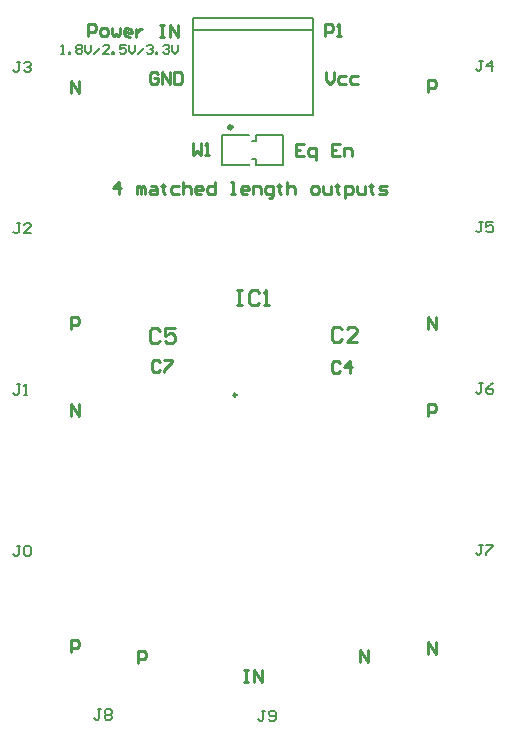
<source format=gto>
G04*
G04 #@! TF.GenerationSoftware,Altium Limited,Altium Designer,24.2.2 (26)*
G04*
G04 Layer_Color=65535*
%FSLAX26Y26*%
%MOIN*%
G70*
G04*
G04 #@! TF.SameCoordinates,6E19E911-B848-4C60-9216-CC5A1203C33B*
G04*
G04*
G04 #@! TF.FilePolarity,Positive*
G04*
G01*
G75*
%ADD10C,0.009842*%
%ADD11C,0.011811*%
%ADD12C,0.007874*%
%ADD13C,0.005000*%
%ADD14C,0.009000*%
%ADD15C,0.010000*%
%ADD16C,0.008000*%
D10*
X806583Y1143606D02*
G03*
X806583Y1143606I-4921J0D01*
G01*
D11*
X792457Y2036687D02*
G03*
X792457Y2036687I-5906J0D01*
G01*
D12*
X870535Y1911884D02*
X960176D01*
Y2011884D01*
X870535D02*
X960176D01*
X870535Y1991884D02*
Y2011884D01*
Y1911884D02*
Y1931884D01*
X849815Y1911884D02*
Y1914640D01*
X857418Y1931884D02*
X870533D01*
X857418Y1991884D02*
X870533D01*
X760174Y1911884D02*
Y2011884D01*
Y1911884D02*
X849815D01*
Y2009128D02*
Y2011884D01*
X760174D02*
X849815D01*
D13*
X660717Y2076805D02*
X1060717D01*
X660717D02*
Y2360270D01*
Y2399640D01*
X1060717D01*
Y2360270D02*
Y2399640D01*
Y2076805D02*
Y2360270D01*
X660717D02*
X1060717D01*
D14*
X1032222Y1980217D02*
X1005564D01*
Y1940230D01*
X1032222D01*
X1005564Y1960224D02*
X1018893D01*
X1072209Y1926901D02*
Y1966888D01*
X1052216D01*
X1045552Y1960224D01*
Y1946895D01*
X1052216Y1940230D01*
X1072209D01*
X1152184Y1980217D02*
X1125526D01*
Y1940230D01*
X1152184D01*
X1125526Y1960224D02*
X1138855D01*
X1165513Y1940230D02*
Y1966888D01*
X1185506D01*
X1192171Y1960224D01*
Y1940230D01*
X312832Y2339053D02*
X312909Y2379040D01*
X332902Y2379002D01*
X339554Y2372325D01*
X339528Y2358996D01*
X332851Y2352344D01*
X312857Y2352382D01*
X359483Y2338964D02*
X372812Y2338938D01*
X379490Y2345590D01*
X379515Y2358919D01*
X372863Y2365596D01*
X359534Y2365622D01*
X352857Y2358970D01*
X352832Y2345641D01*
X359483Y2338964D01*
X392857Y2365558D02*
X392819Y2345564D01*
X399470Y2338887D01*
X406148Y2345539D01*
X412799Y2338861D01*
X419477Y2345513D01*
X419515Y2365507D01*
X452786Y2338785D02*
X439457Y2338810D01*
X432806Y2345488D01*
X432831Y2358817D01*
X439509Y2365468D01*
X452837Y2365443D01*
X459489Y2358765D01*
X459476Y2352101D01*
X432818Y2352152D01*
X472831Y2365404D02*
X472780Y2338746D01*
X472805Y2352075D01*
X479483Y2358727D01*
X486160Y2365379D01*
X492825Y2365366D01*
X552831Y2378580D02*
X566160Y2378554D01*
X559495Y2378567D01*
X559418Y2338580D01*
X552754Y2338593D01*
X566083Y2338567D01*
X586077Y2338529D02*
X586153Y2378516D01*
X612734Y2338478D01*
X612811Y2378465D01*
X415372Y1814203D02*
Y1854190D01*
X395378Y1834197D01*
X422036D01*
X475353Y1814203D02*
Y1840861D01*
X482017D01*
X488682Y1834197D01*
Y1814203D01*
Y1834197D01*
X495346Y1840861D01*
X502011Y1834197D01*
Y1814203D01*
X522004Y1840861D02*
X535333D01*
X541998Y1834197D01*
Y1814203D01*
X522004D01*
X515340Y1820868D01*
X522004Y1827532D01*
X541998D01*
X561991Y1847526D02*
Y1840861D01*
X555327D01*
X568656D01*
X561991D01*
Y1820868D01*
X568656Y1814203D01*
X615307Y1840861D02*
X595314D01*
X588649Y1834197D01*
Y1820868D01*
X595314Y1814203D01*
X615307D01*
X628636Y1854190D02*
Y1814203D01*
Y1834197D01*
X635301Y1840861D01*
X648630D01*
X655294Y1834197D01*
Y1814203D01*
X688617D02*
X675288D01*
X668624Y1820868D01*
Y1834197D01*
X675288Y1840861D01*
X688617D01*
X695282Y1834197D01*
Y1827532D01*
X668624D01*
X735269Y1854190D02*
Y1814203D01*
X715275D01*
X708611Y1820868D01*
Y1834197D01*
X715275Y1840861D01*
X735269D01*
X788585Y1814203D02*
X801914D01*
X795249D01*
Y1854190D01*
X788585D01*
X841901Y1814203D02*
X828572D01*
X821908Y1820868D01*
Y1834197D01*
X828572Y1840861D01*
X841901D01*
X848566Y1834197D01*
Y1827532D01*
X821908D01*
X861895Y1814203D02*
Y1840861D01*
X881888D01*
X888553Y1834197D01*
Y1814203D01*
X915211Y1800874D02*
X921875D01*
X928540Y1807539D01*
Y1840861D01*
X908546D01*
X901882Y1834197D01*
Y1820868D01*
X908546Y1814203D01*
X928540D01*
X948533Y1847526D02*
Y1840861D01*
X941869D01*
X955198D01*
X948533D01*
Y1820868D01*
X955198Y1814203D01*
X975191Y1854190D02*
Y1814203D01*
Y1834197D01*
X981856Y1840861D01*
X995185D01*
X1001849Y1834197D01*
Y1814203D01*
X1061830D02*
X1075159D01*
X1081824Y1820868D01*
Y1834197D01*
X1075159Y1840861D01*
X1061830D01*
X1055166Y1834197D01*
Y1820868D01*
X1061830Y1814203D01*
X1095153Y1840861D02*
Y1820868D01*
X1101817Y1814203D01*
X1121811D01*
Y1840861D01*
X1141804Y1847526D02*
Y1840861D01*
X1135140D01*
X1148469D01*
X1141804D01*
Y1820868D01*
X1148469Y1814203D01*
X1168462Y1800874D02*
Y1840861D01*
X1188456D01*
X1195120Y1834197D01*
Y1820868D01*
X1188456Y1814203D01*
X1168462D01*
X1208449Y1840861D02*
Y1820868D01*
X1215114Y1814203D01*
X1235108D01*
Y1840861D01*
X1255101Y1847526D02*
Y1840861D01*
X1248437D01*
X1261766D01*
X1255101D01*
Y1820868D01*
X1261766Y1814203D01*
X1281759D02*
X1301753D01*
X1308417Y1820868D01*
X1301753Y1827532D01*
X1288424D01*
X1281759Y1834197D01*
X1288424Y1840861D01*
X1308417D01*
D15*
X545449Y2212760D02*
X538784Y2219425D01*
X525455D01*
X518791Y2212760D01*
Y2186102D01*
X525455Y2179438D01*
X538784D01*
X545449Y2186102D01*
Y2199431D01*
X532120D01*
X558778Y2179438D02*
Y2219425D01*
X585436Y2179438D01*
Y2219425D01*
X598765D02*
Y2179438D01*
X618759D01*
X625423Y2186102D01*
Y2212760D01*
X618759Y2219425D01*
X598765D01*
X1105854D02*
Y2192767D01*
X1119183Y2179438D01*
X1132512Y2192767D01*
Y2219425D01*
X1172499Y2206096D02*
X1152506D01*
X1145841Y2199431D01*
Y2186102D01*
X1152506Y2179438D01*
X1172499D01*
X1212486Y2206096D02*
X1192493D01*
X1185828Y2199431D01*
Y2186102D01*
X1192493Y2179438D01*
X1212486D01*
X831452Y225578D02*
X844781D01*
X838116D01*
Y185591D01*
X831452D01*
X844781D01*
X864775D02*
Y225578D01*
X891433Y185591D01*
Y225578D01*
X1218564Y253519D02*
Y293506D01*
X1245222Y253519D01*
Y293506D01*
X479431Y249435D02*
Y289422D01*
X499425D01*
X506089Y282758D01*
Y269429D01*
X499425Y262764D01*
X479431D01*
X1445204Y280062D02*
Y320049D01*
X1471862Y280062D01*
Y320049D01*
X1445204Y1072282D02*
Y1112269D01*
X1465197D01*
X1471862Y1105605D01*
Y1092276D01*
X1465197Y1085611D01*
X1445204D01*
Y1362218D02*
Y1402205D01*
X1471862Y1362218D01*
Y1402205D01*
X1445204Y2152396D02*
Y2192383D01*
X1465197D01*
X1471862Y2185718D01*
Y2172389D01*
X1465197Y2165725D01*
X1445204D01*
X254377Y1074324D02*
Y1114311D01*
X281036Y1074324D01*
Y1114311D01*
X254377Y286188D02*
Y326175D01*
X274371D01*
X281036Y319510D01*
Y306181D01*
X274371Y299517D01*
X254377D01*
Y1362218D02*
Y1402205D01*
X274371D01*
X281036Y1395541D01*
Y1382212D01*
X274371Y1375547D01*
X254377D01*
Y2150354D02*
Y2190341D01*
X281036Y2150354D01*
Y2190341D01*
X1102957Y2340360D02*
Y2380347D01*
X1122951D01*
X1129615Y2373683D01*
Y2360354D01*
X1122951Y2353689D01*
X1102957D01*
X1142944Y2340360D02*
X1156273D01*
X1149609D01*
Y2380347D01*
X1142944Y2373683D01*
X662519Y1983513D02*
Y1943526D01*
X675848Y1956855D01*
X689177Y1943526D01*
Y1983513D01*
X702506Y1943526D02*
X715835D01*
X709171D01*
Y1983513D01*
X702506Y1976848D01*
X806870Y1493195D02*
X823532D01*
X815201D01*
Y1443211D01*
X806870D01*
X823532D01*
X881846Y1484864D02*
X873515Y1493195D01*
X856854D01*
X848524Y1484864D01*
Y1451541D01*
X856854Y1443211D01*
X873515D01*
X881846Y1451541D01*
X898507Y1443211D02*
X915169D01*
X906838D01*
Y1493195D01*
X898507Y1484864D01*
X552190Y1254981D02*
X545526Y1261646D01*
X532197D01*
X525532Y1254981D01*
Y1228323D01*
X532197Y1221659D01*
X545526D01*
X552190Y1228323D01*
X565519Y1261646D02*
X592177D01*
Y1254981D01*
X565519Y1228323D01*
Y1221659D01*
X550431Y1358537D02*
X542100Y1366868D01*
X525439D01*
X517108Y1358537D01*
Y1325215D01*
X525439Y1316884D01*
X542100D01*
X550431Y1325215D01*
X600414Y1366868D02*
X567092D01*
Y1341876D01*
X583753Y1350207D01*
X592084D01*
X600414Y1341876D01*
Y1325215D01*
X592084Y1316884D01*
X575423D01*
X567092Y1325215D01*
X1153388Y1249171D02*
X1146723Y1255836D01*
X1133394D01*
X1126730Y1249171D01*
Y1222513D01*
X1133394Y1215849D01*
X1146723D01*
X1153388Y1222513D01*
X1186710Y1215849D02*
Y1255836D01*
X1166717Y1235842D01*
X1193375D01*
X1156931Y1362506D02*
X1148600Y1370836D01*
X1131939D01*
X1123608Y1362506D01*
Y1329183D01*
X1131939Y1320852D01*
X1148600D01*
X1156931Y1329183D01*
X1206915Y1320852D02*
X1173592D01*
X1206915Y1354175D01*
Y1362506D01*
X1198584Y1370836D01*
X1181923D01*
X1173592Y1362506D01*
D16*
X223275Y2281702D02*
X233272Y2281683D01*
X228274Y2281693D01*
X228331Y2311683D01*
X223323Y2306694D01*
X248267Y2281654D02*
X248276Y2286653D01*
X253275Y2286643D01*
X253265Y2281644D01*
X248267Y2281654D01*
X273307Y2306598D02*
X278315Y2311587D01*
X288312Y2311568D01*
X293300Y2306560D01*
X293291Y2301561D01*
X288283Y2296573D01*
X293272Y2291565D01*
X293262Y2286566D01*
X288254Y2281577D01*
X278257Y2281597D01*
X273268Y2286604D01*
X273278Y2291603D01*
X278286Y2296592D01*
X273297Y2301600D01*
X273307Y2306598D01*
X278286Y2296592D02*
X288283Y2296573D01*
X303307Y2311539D02*
X303268Y2291545D01*
X313246Y2281529D01*
X323262Y2291507D01*
X323300Y2311501D01*
X333239Y2281491D02*
X353271Y2301446D01*
X383223Y2281395D02*
X363229Y2281434D01*
X383261Y2301389D01*
X383271Y2306387D01*
X378282Y2311395D01*
X368286Y2311414D01*
X363277Y2306425D01*
X393220Y2281376D02*
X393229Y2286374D01*
X398228Y2286365D01*
X398218Y2281366D01*
X393220Y2281376D01*
X438263Y2311280D02*
X418269Y2311318D01*
X418240Y2296323D01*
X428247Y2301302D01*
X433245Y2301293D01*
X438234Y2296285D01*
X438215Y2286288D01*
X433207Y2281299D01*
X423210Y2281318D01*
X418221Y2286326D01*
X448260Y2311261D02*
X448221Y2291267D01*
X458199Y2281251D01*
X468214Y2291229D01*
X468253Y2311222D01*
X478192Y2281213D02*
X498224Y2301168D01*
X508230Y2306147D02*
X513238Y2311136D01*
X523235Y2311117D01*
X528224Y2306109D01*
X528214Y2301110D01*
X523206Y2296122D01*
X518208Y2296131D01*
X523206Y2296122D01*
X528195Y2291114D01*
X528185Y2286115D01*
X523178Y2281126D01*
X513181Y2281146D01*
X508192Y2286154D01*
X538173Y2281098D02*
X538182Y2286096D01*
X543181Y2286086D01*
X543171Y2281088D01*
X538173Y2281098D01*
X563212Y2306041D02*
X568220Y2311030D01*
X578217Y2311011D01*
X583206Y2306003D01*
X583196Y2301005D01*
X578188Y2296016D01*
X573190Y2296026D01*
X578188Y2296016D01*
X583177Y2291008D01*
X583168Y2286010D01*
X578160Y2281021D01*
X568163Y2281040D01*
X563174Y2286048D01*
X593212Y2310982D02*
X593174Y2290989D01*
X603152Y2280973D01*
X613167Y2290950D01*
X613206Y2310944D01*
X902587Y91544D02*
X890924D01*
X896756D01*
Y62386D01*
X890924Y56555D01*
X885093D01*
X879261Y62386D01*
X914250D02*
X920082Y56555D01*
X931744D01*
X937576Y62386D01*
Y85712D01*
X931744Y91544D01*
X920082D01*
X914250Y85712D01*
Y79881D01*
X920082Y74049D01*
X937576D01*
X355384Y95627D02*
X343721D01*
X349552D01*
Y66470D01*
X343721Y60639D01*
X337889D01*
X332058Y66470D01*
X367047Y89796D02*
X372878Y95627D01*
X384541D01*
X390373Y89796D01*
Y83964D01*
X384541Y78133D01*
X390373Y72302D01*
Y66470D01*
X384541Y60639D01*
X372878D01*
X367047Y66470D01*
Y72302D01*
X372878Y78133D01*
X367047Y83964D01*
Y89796D01*
X372878Y78133D02*
X384541D01*
X1628086Y644686D02*
X1616423D01*
X1622254D01*
Y615529D01*
X1616423Y609697D01*
X1610591D01*
X1604760Y615529D01*
X1639749Y644686D02*
X1663075D01*
Y638855D01*
X1639749Y615529D01*
Y609697D01*
X1628086Y1182686D02*
X1616423D01*
X1622254D01*
Y1153529D01*
X1616423Y1147697D01*
X1610591D01*
X1604760Y1153529D01*
X1663074Y1182686D02*
X1651412Y1176855D01*
X1639749Y1165192D01*
Y1153529D01*
X1645580Y1147697D01*
X1657243D01*
X1663074Y1153529D01*
Y1159360D01*
X1657243Y1165192D01*
X1639749D01*
X1628086Y1720686D02*
X1616423D01*
X1622254D01*
Y1691529D01*
X1616423Y1685697D01*
X1610591D01*
X1604760Y1691529D01*
X1663074Y1720686D02*
X1639749D01*
Y1703192D01*
X1651412Y1709023D01*
X1657243D01*
X1663074Y1703192D01*
Y1691529D01*
X1657243Y1685697D01*
X1645580D01*
X1639749Y1691529D01*
X1628086Y2258686D02*
X1616423D01*
X1622254D01*
Y2229529D01*
X1616423Y2223697D01*
X1610591D01*
X1604760Y2229529D01*
X1657243Y2223697D02*
Y2258686D01*
X1639749Y2241192D01*
X1663074D01*
X86067Y2255296D02*
X74404D01*
X80235D01*
Y2226139D01*
X74404Y2220307D01*
X68573D01*
X62741Y2226139D01*
X97730Y2249465D02*
X103561Y2255296D01*
X115224D01*
X121056Y2249465D01*
Y2243633D01*
X115224Y2237802D01*
X109393D01*
X115224D01*
X121056Y2231970D01*
Y2226139D01*
X115224Y2220307D01*
X103561D01*
X97730Y2226139D01*
X86067Y1717296D02*
X74404D01*
X80235D01*
Y1688139D01*
X74404Y1682307D01*
X68573D01*
X62741Y1688139D01*
X121056Y1682307D02*
X97730D01*
X121056Y1705633D01*
Y1711465D01*
X115224Y1717296D01*
X103561D01*
X97730Y1711465D01*
X86067Y1179296D02*
X74404D01*
X80235D01*
Y1150139D01*
X74404Y1144307D01*
X68573D01*
X62741Y1150139D01*
X97730Y1144307D02*
X109393D01*
X103561D01*
Y1179296D01*
X97730Y1173465D01*
X86067Y641296D02*
X74404D01*
X80235D01*
Y612139D01*
X74404Y606308D01*
X68573D01*
X62741Y612139D01*
X97730Y635465D02*
X103561Y641296D01*
X115224D01*
X121056Y635465D01*
Y612139D01*
X115224Y606308D01*
X103561D01*
X97730Y612139D01*
Y635465D01*
M02*

</source>
